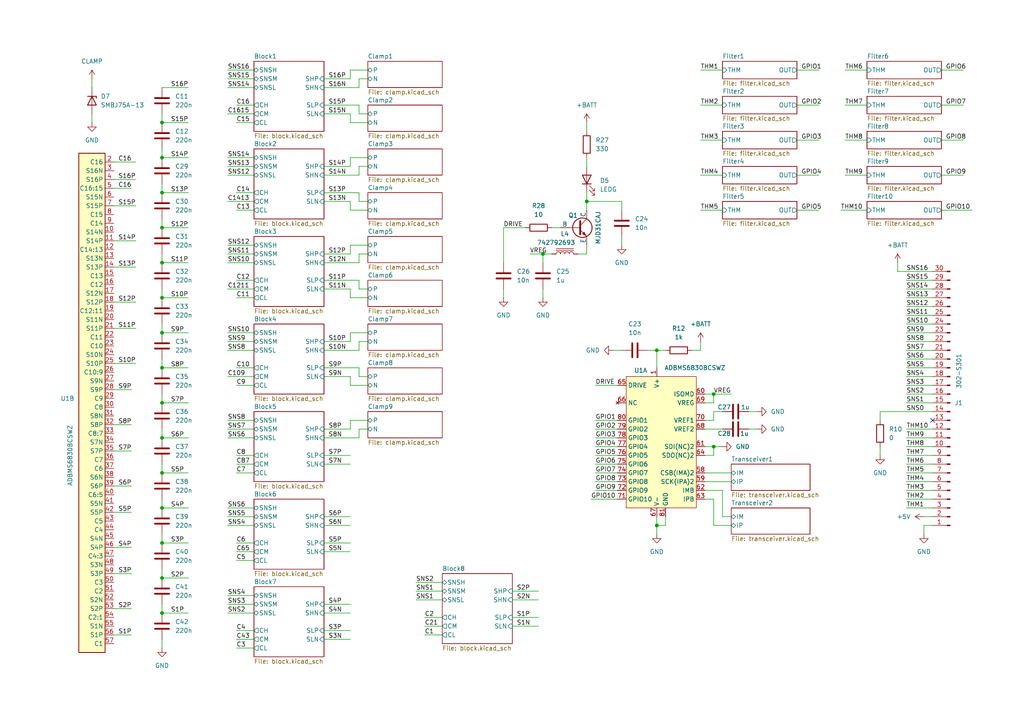
<source format=kicad_sch>
(kicad_sch (version 20231120) (generator "eeschema") (generator_version "8.0")
  (paper "A4")
  (junction (at 46.99 45.72))
  (junction (at 207.01 129.54))
  (junction (at 46.99 55.88))
  (junction (at 46.99 157.48))
  (junction (at 170.18 58.42))
  (junction (at 46.99 86.36))
  (junction (at 46.99 66.04))
  (junction (at 46.99 35.56))
  (junction (at 157.48 73.66))
  (junction (at 46.99 167.64))
  (junction (at 190.5 152.4))
  (junction (at 46.99 147.32))
  (junction (at 46.99 177.8))
  (junction (at 46.99 127))
  (junction (at 207.01 114.3))
  (junction (at 46.99 76.2))
  (junction (at 46.99 96.52))
  (junction (at 46.99 116.84))
  (junction (at 190.5 101.6))
  (junction (at 46.99 106.68))
  (junction (at 46.99 137.16))
  (no_connect (at 270.51 121.92))
  (wire (pts (xy 106.68 86.36) (xy 101.6 86.36)))
  (wire (pts (xy 273.05 50.8) (xy 279.4 50.8)))
  (wire (pts (xy 33.02 123.19) (xy 38.1 123.19)))
  (wire (pts (xy 204.47 124.46) (xy 209.55 124.46)))
  (wire (pts (xy 104.14 124.46) (xy 104.14 127)))
  (wire (pts (xy 260.35 76.2) (xy 260.35 78.74)))
  (wire (pts (xy 101.6 111.76) (xy 101.6 109.22)))
  (wire (pts (xy 207.01 119.38) (xy 207.01 121.92)))
  (wire (pts (xy 101.6 35.56) (xy 101.6 33.02)))
  (wire (pts (xy 170.18 45.72) (xy 170.18 48.26)))
  (wire (pts (xy 93.98 73.66) (xy 101.6 73.66)))
  (wire (pts (xy 93.98 76.2) (xy 104.14 76.2)))
  (wire (pts (xy 46.99 185.42) (xy 46.99 187.96)))
  (wire (pts (xy 262.89 139.7) (xy 270.51 139.7)))
  (wire (pts (xy 101.6 99.06) (xy 101.6 96.52)))
  (wire (pts (xy 93.98 22.86) (xy 101.6 22.86)))
  (wire (pts (xy 66.04 147.32) (xy 73.66 147.32)))
  (wire (pts (xy 93.98 33.02) (xy 101.6 33.02)))
  (wire (pts (xy 46.99 165.1) (xy 46.99 167.64)))
  (wire (pts (xy 33.02 166.37) (xy 38.1 166.37)))
  (wire (pts (xy 66.04 99.06) (xy 73.66 99.06)))
  (wire (pts (xy 33.02 158.75) (xy 38.1 158.75)))
  (wire (pts (xy 160.02 66.04) (xy 162.56 66.04)))
  (wire (pts (xy 101.6 96.52) (xy 106.68 96.52)))
  (wire (pts (xy 180.34 58.42) (xy 180.34 60.96)))
  (wire (pts (xy 146.05 83.82) (xy 146.05 86.36)))
  (wire (pts (xy 231.14 40.64) (xy 237.49 40.64)))
  (wire (pts (xy 262.89 86.36) (xy 270.51 86.36)))
  (wire (pts (xy 93.98 149.86) (xy 101.6 149.86)))
  (wire (pts (xy 93.98 127) (xy 104.14 127)))
  (wire (pts (xy 33.02 113.03) (xy 38.1 113.03)))
  (wire (pts (xy 217.17 124.46) (xy 219.71 124.46)))
  (wire (pts (xy 93.98 175.26) (xy 101.6 175.26)))
  (wire (pts (xy 66.04 101.6) (xy 73.66 101.6)))
  (wire (pts (xy 204.47 139.7) (xy 212.09 139.7)))
  (wire (pts (xy 207.01 116.84) (xy 207.01 114.3)))
  (wire (pts (xy 231.14 60.96) (xy 237.49 60.96)))
  (wire (pts (xy 123.19 184.15) (xy 128.27 184.15)))
  (wire (pts (xy 209.55 142.24) (xy 209.55 149.86)))
  (wire (pts (xy 120.65 171.45) (xy 128.27 171.45)))
  (wire (pts (xy 190.5 149.86) (xy 190.5 152.4)))
  (wire (pts (xy 153.67 73.66) (xy 157.48 73.66)))
  (wire (pts (xy 93.98 182.88) (xy 101.6 182.88)))
  (wire (pts (xy 180.34 68.58) (xy 180.34 71.12)))
  (wire (pts (xy 123.19 179.07) (xy 128.27 179.07)))
  (wire (pts (xy 46.99 134.62) (xy 46.99 137.16)))
  (wire (pts (xy 46.99 96.52) (xy 54.61 96.52)))
  (wire (pts (xy 262.89 142.24) (xy 270.51 142.24)))
  (wire (pts (xy 172.72 142.24) (xy 179.07 142.24)))
  (wire (pts (xy 204.47 132.08) (xy 207.01 132.08)))
  (wire (pts (xy 66.04 175.26) (xy 73.66 175.26)))
  (wire (pts (xy 209.55 119.38) (xy 207.01 119.38)))
  (wire (pts (xy 66.04 22.86) (xy 73.66 22.86)))
  (wire (pts (xy 106.68 35.56) (xy 101.6 35.56)))
  (wire (pts (xy 46.99 147.32) (xy 54.61 147.32)))
  (wire (pts (xy 66.04 20.32) (xy 73.66 20.32)))
  (wire (pts (xy 66.04 149.86) (xy 73.66 149.86)))
  (wire (pts (xy 46.99 93.98) (xy 46.99 96.52)))
  (wire (pts (xy 106.68 124.46) (xy 104.14 124.46)))
  (wire (pts (xy 262.89 124.46) (xy 270.51 124.46)))
  (wire (pts (xy 207.01 152.4) (xy 212.09 152.4)))
  (wire (pts (xy 170.18 55.88) (xy 170.18 58.42)))
  (wire (pts (xy 93.98 55.88) (xy 104.14 55.88)))
  (wire (pts (xy 255.27 119.38) (xy 270.51 119.38)))
  (wire (pts (xy 207.01 121.92) (xy 204.47 121.92)))
  (wire (pts (xy 68.58 60.96) (xy 73.66 60.96)))
  (wire (pts (xy 231.14 20.32) (xy 237.49 20.32)))
  (wire (pts (xy 26.67 22.86) (xy 26.67 25.4)))
  (wire (pts (xy 273.05 40.64) (xy 279.4 40.64)))
  (wire (pts (xy 106.68 22.86) (xy 104.14 22.86)))
  (wire (pts (xy 46.99 104.14) (xy 46.99 106.68)))
  (wire (pts (xy 171.45 144.78) (xy 179.07 144.78)))
  (wire (pts (xy 262.89 81.28) (xy 270.51 81.28)))
  (wire (pts (xy 46.99 154.94) (xy 46.99 157.48)))
  (wire (pts (xy 157.48 76.2) (xy 157.48 73.66)))
  (wire (pts (xy 172.72 111.76) (xy 179.07 111.76)))
  (wire (pts (xy 46.99 76.2) (xy 54.61 76.2)))
  (wire (pts (xy 66.04 124.46) (xy 73.66 124.46)))
  (wire (pts (xy 267.97 154.94) (xy 267.97 152.4)))
  (wire (pts (xy 157.48 83.82) (xy 157.48 86.36)))
  (wire (pts (xy 33.02 59.69) (xy 39.37 59.69)))
  (wire (pts (xy 146.05 76.2) (xy 146.05 66.04)))
  (wire (pts (xy 33.02 69.85) (xy 39.37 69.85)))
  (wire (pts (xy 273.05 30.48) (xy 279.4 30.48)))
  (wire (pts (xy 68.58 157.48) (xy 73.66 157.48)))
  (wire (pts (xy 104.14 73.66) (xy 104.14 76.2)))
  (wire (pts (xy 262.89 99.06) (xy 270.51 99.06)))
  (wire (pts (xy 148.59 179.07) (xy 156.21 179.07)))
  (wire (pts (xy 46.99 86.36) (xy 54.61 86.36)))
  (wire (pts (xy 123.19 181.61) (xy 128.27 181.61)))
  (wire (pts (xy 33.02 77.47) (xy 39.37 77.47)))
  (wire (pts (xy 255.27 121.92) (xy 255.27 119.38)))
  (wire (pts (xy 190.5 152.4) (xy 193.04 152.4)))
  (wire (pts (xy 93.98 132.08) (xy 101.6 132.08)))
  (wire (pts (xy 68.58 86.36) (xy 73.66 86.36)))
  (wire (pts (xy 267.97 149.86) (xy 270.51 149.86)))
  (wire (pts (xy 245.11 20.32) (xy 251.46 20.32)))
  (wire (pts (xy 262.89 88.9) (xy 270.51 88.9)))
  (wire (pts (xy 46.99 177.8) (xy 54.61 177.8)))
  (wire (pts (xy 262.89 111.76) (xy 270.51 111.76)))
  (wire (pts (xy 255.27 132.08) (xy 255.27 129.54)))
  (wire (pts (xy 46.99 25.4) (xy 54.61 25.4)))
  (wire (pts (xy 46.99 63.5) (xy 46.99 66.04)))
  (wire (pts (xy 68.58 137.16) (xy 73.66 137.16)))
  (wire (pts (xy 68.58 132.08) (xy 73.66 132.08)))
  (wire (pts (xy 273.05 20.32) (xy 279.4 20.32)))
  (wire (pts (xy 46.99 114.3) (xy 46.99 116.84)))
  (wire (pts (xy 170.18 58.42) (xy 180.34 58.42)))
  (wire (pts (xy 68.58 81.28) (xy 73.66 81.28)))
  (wire (pts (xy 33.02 176.53) (xy 38.1 176.53)))
  (wire (pts (xy 66.04 48.26) (xy 73.66 48.26)))
  (wire (pts (xy 203.2 50.8) (xy 209.55 50.8)))
  (wire (pts (xy 231.14 50.8) (xy 237.49 50.8)))
  (wire (pts (xy 46.99 43.18) (xy 46.99 45.72)))
  (wire (pts (xy 170.18 58.42) (xy 170.18 60.96)))
  (wire (pts (xy 104.14 55.88) (xy 104.14 58.42)))
  (wire (pts (xy 101.6 73.66) (xy 101.6 71.12)))
  (wire (pts (xy 101.6 60.96) (xy 101.6 58.42)))
  (wire (pts (xy 46.99 124.46) (xy 46.99 127)))
  (wire (pts (xy 170.18 73.66) (xy 170.18 71.12)))
  (wire (pts (xy 26.67 33.02) (xy 26.67 35.56)))
  (wire (pts (xy 104.14 81.28) (xy 104.14 83.82)))
  (wire (pts (xy 180.34 101.6) (xy 177.8 101.6)))
  (wire (pts (xy 46.99 66.04) (xy 54.61 66.04)))
  (wire (pts (xy 106.68 48.26) (xy 104.14 48.26)))
  (wire (pts (xy 203.2 20.32) (xy 209.55 20.32)))
  (wire (pts (xy 46.99 73.66) (xy 46.99 76.2)))
  (wire (pts (xy 262.89 114.3) (xy 270.51 114.3)))
  (wire (pts (xy 33.02 54.61) (xy 38.1 54.61)))
  (wire (pts (xy 104.14 58.42) (xy 106.68 58.42)))
  (wire (pts (xy 46.99 83.82) (xy 46.99 86.36)))
  (wire (pts (xy 262.89 116.84) (xy 270.51 116.84)))
  (wire (pts (xy 33.02 46.99) (xy 39.37 46.99)))
  (wire (pts (xy 101.6 71.12) (xy 106.68 71.12)))
  (wire (pts (xy 66.04 177.8) (xy 73.66 177.8)))
  (wire (pts (xy 172.72 137.16) (xy 179.07 137.16)))
  (wire (pts (xy 260.35 78.74) (xy 270.51 78.74)))
  (wire (pts (xy 262.89 83.82) (xy 270.51 83.82)))
  (wire (pts (xy 172.72 139.7) (xy 179.07 139.7)))
  (wire (pts (xy 66.04 109.22) (xy 73.66 109.22)))
  (wire (pts (xy 157.48 73.66) (xy 160.02 73.66)))
  (wire (pts (xy 262.89 93.98) (xy 270.51 93.98)))
  (wire (pts (xy 106.68 73.66) (xy 104.14 73.66)))
  (wire (pts (xy 203.2 60.96) (xy 209.55 60.96)))
  (wire (pts (xy 46.99 35.56) (xy 54.61 35.56)))
  (wire (pts (xy 101.6 124.46) (xy 101.6 121.92)))
  (wire (pts (xy 204.47 114.3) (xy 207.01 114.3)))
  (wire (pts (xy 104.14 106.68) (xy 104.14 109.22)))
  (wire (pts (xy 46.99 116.84) (xy 54.61 116.84)))
  (wire (pts (xy 66.04 45.72) (xy 73.66 45.72)))
  (wire (pts (xy 231.14 30.48) (xy 237.49 30.48)))
  (wire (pts (xy 245.11 40.64) (xy 251.46 40.64)))
  (wire (pts (xy 262.89 147.32) (xy 270.51 147.32)))
  (wire (pts (xy 93.98 157.48) (xy 101.6 157.48)))
  (wire (pts (xy 172.72 121.92) (xy 179.07 121.92)))
  (wire (pts (xy 33.02 95.25) (xy 39.37 95.25)))
  (wire (pts (xy 33.02 105.41) (xy 39.37 105.41)))
  (wire (pts (xy 203.2 99.06) (xy 203.2 101.6)))
  (wire (pts (xy 33.02 130.81) (xy 38.1 130.81)))
  (wire (pts (xy 204.47 129.54) (xy 207.01 129.54)))
  (wire (pts (xy 204.47 137.16) (xy 212.09 137.16)))
  (wire (pts (xy 33.02 148.59) (xy 38.1 148.59)))
  (wire (pts (xy 93.98 48.26) (xy 101.6 48.26)))
  (wire (pts (xy 66.04 25.4) (xy 73.66 25.4)))
  (wire (pts (xy 190.5 101.6) (xy 193.04 101.6)))
  (wire (pts (xy 204.47 144.78) (xy 207.01 144.78)))
  (wire (pts (xy 101.6 45.72) (xy 106.68 45.72)))
  (wire (pts (xy 148.59 181.61) (xy 156.21 181.61)))
  (wire (pts (xy 33.02 140.97) (xy 38.1 140.97)))
  (wire (pts (xy 93.98 160.02) (xy 101.6 160.02)))
  (wire (pts (xy 262.89 109.22) (xy 270.51 109.22)))
  (wire (pts (xy 68.58 187.96) (xy 73.66 187.96)))
  (wire (pts (xy 46.99 144.78) (xy 46.99 147.32)))
  (wire (pts (xy 66.04 73.66) (xy 73.66 73.66)))
  (wire (pts (xy 46.99 137.16) (xy 54.61 137.16)))
  (wire (pts (xy 267.97 152.4) (xy 270.51 152.4)))
  (wire (pts (xy 207.01 132.08) (xy 207.01 129.54)))
  (wire (pts (xy 104.14 48.26) (xy 104.14 50.8)))
  (wire (pts (xy 204.47 142.24) (xy 209.55 142.24)))
  (wire (pts (xy 193.04 152.4) (xy 193.04 149.86)))
  (wire (pts (xy 187.96 101.6) (xy 190.5 101.6)))
  (wire (pts (xy 104.14 33.02) (xy 106.68 33.02)))
  (wire (pts (xy 68.58 30.48) (xy 73.66 30.48)))
  (wire (pts (xy 46.99 55.88) (xy 54.61 55.88)))
  (wire (pts (xy 101.6 121.92) (xy 106.68 121.92)))
  (wire (pts (xy 106.68 111.76) (xy 101.6 111.76)))
  (wire (pts (xy 68.58 162.56) (xy 73.66 162.56)))
  (wire (pts (xy 33.02 52.07) (xy 39.37 52.07)))
  (wire (pts (xy 207.01 144.78) (xy 207.01 152.4)))
  (wire (pts (xy 46.99 127) (xy 54.61 127)))
  (wire (pts (xy 172.72 129.54) (xy 179.07 129.54)))
  (wire (pts (xy 204.47 116.84) (xy 207.01 116.84)))
  (wire (pts (xy 120.65 173.99) (xy 128.27 173.99)))
  (wire (pts (xy 203.2 30.48) (xy 209.55 30.48)))
  (wire (pts (xy 245.11 50.8) (xy 251.46 50.8)))
  (wire (pts (xy 66.04 121.92) (xy 73.66 121.92)))
  (wire (pts (xy 93.98 50.8) (xy 104.14 50.8)))
  (wire (pts (xy 68.58 106.68) (xy 73.66 106.68)))
  (wire (pts (xy 104.14 22.86) (xy 104.14 25.4)))
  (wire (pts (xy 104.14 109.22) (xy 106.68 109.22)))
  (wire (pts (xy 93.98 124.46) (xy 101.6 124.46)))
  (wire (pts (xy 68.58 55.88) (xy 73.66 55.88)))
  (wire (pts (xy 66.04 71.12) (xy 73.66 71.12)))
  (wire (pts (xy 101.6 86.36) (xy 101.6 83.82)))
  (wire (pts (xy 66.04 152.4) (xy 73.66 152.4)))
  (wire (pts (xy 245.11 30.48) (xy 251.46 30.48)))
  (wire (pts (xy 68.58 134.62) (xy 73.66 134.62)))
  (wire (pts (xy 66.04 96.52) (xy 73.66 96.52)))
  (wire (pts (xy 170.18 35.56) (xy 170.18 38.1)))
  (wire (pts (xy 66.04 50.8) (xy 73.66 50.8)))
  (wire (pts (xy 93.98 83.82) (xy 101.6 83.82)))
  (wire (pts (xy 93.98 109.22) (xy 101.6 109.22)))
  (wire (pts (xy 66.04 33.02) (xy 73.66 33.02)))
  (wire (pts (xy 262.89 132.08) (xy 270.51 132.08)))
  (wire (pts (xy 190.5 101.6) (xy 190.5 106.68)))
  (wire (pts (xy 207.01 114.3) (xy 212.09 114.3)))
  (wire (pts (xy 33.02 87.63) (xy 39.37 87.63)))
  (wire (pts (xy 66.04 76.2) (xy 73.66 76.2)))
  (wire (pts (xy 46.99 167.64) (xy 54.61 167.64)))
  (wire (pts (xy 207.01 129.54) (xy 209.55 129.54)))
  (wire (pts (xy 104.14 30.48) (xy 104.14 33.02)))
  (wire (pts (xy 209.55 149.86) (xy 212.09 149.86)))
  (wire (pts (xy 101.6 20.32) (xy 106.68 20.32)))
  (wire (pts (xy 172.72 134.62) (xy 179.07 134.62)))
  (wire (pts (xy 66.04 127) (xy 73.66 127)))
  (wire (pts (xy 46.99 106.68) (xy 54.61 106.68)))
  (wire (pts (xy 148.59 173.99) (xy 156.21 173.99)))
  (wire (pts (xy 46.99 33.02) (xy 46.99 35.56)))
  (wire (pts (xy 262.89 106.68) (xy 270.51 106.68)))
  (wire (pts (xy 104.14 83.82) (xy 106.68 83.82)))
  (wire (pts (xy 93.98 99.06) (xy 101.6 99.06)))
  (wire (pts (xy 172.72 132.08) (xy 179.07 132.08)))
  (wire (pts (xy 93.98 101.6) (xy 104.14 101.6)))
  (wire (pts (xy 262.89 129.54) (xy 270.51 129.54)))
  (wire (pts (xy 262.89 104.14) (xy 270.51 104.14)))
  (wire (pts (xy 93.98 30.48) (xy 104.14 30.48)))
  (wire (pts (xy 46.99 175.26) (xy 46.99 177.8)))
  (wire (pts (xy 93.98 134.62) (xy 101.6 134.62)))
  (wire (pts (xy 68.58 182.88) (xy 73.66 182.88)))
  (wire (pts (xy 93.98 185.42) (xy 101.6 185.42)))
  (wire (pts (xy 68.58 111.76) (xy 73.66 111.76)))
  (wire (pts (xy 93.98 177.8) (xy 101.6 177.8)))
  (wire (pts (xy 68.58 35.56) (xy 73.66 35.56)))
  (wire (pts (xy 148.59 171.45) (xy 156.21 171.45)))
  (wire (pts (xy 46.99 157.48) (xy 54.61 157.48)))
  (wire (pts (xy 262.89 96.52) (xy 270.51 96.52)))
  (wire (pts (xy 262.89 91.44) (xy 270.51 91.44)))
  (wire (pts (xy 66.04 172.72) (xy 73.66 172.72)))
  (wire (pts (xy 200.66 101.6) (xy 203.2 101.6)))
  (wire (pts (xy 93.98 81.28) (xy 104.14 81.28)))
  (wire (pts (xy 243.84 60.96) (xy 251.46 60.96)))
  (wire (pts (xy 46.99 53.34) (xy 46.99 55.88)))
  (wire (pts (xy 33.02 184.15) (xy 38.1 184.15)))
  (wire (pts (xy 217.17 119.38) (xy 219.71 119.38)))
  (wire (pts (xy 203.2 40.64) (xy 209.55 40.64)))
  (wire (pts (xy 68.58 185.42) (xy 73.66 185.42)))
  (wire (pts (xy 93.98 25.4) (xy 104.14 25.4)))
  (wire (pts (xy 101.6 22.86) (xy 101.6 20.32)))
  (wire (pts (xy 262.89 137.16) (xy 270.51 137.16)))
  (wire (pts (xy 262.89 134.62) (xy 270.51 134.62)))
  (wire (pts (xy 46.99 45.72) (xy 54.61 45.72)))
  (wire (pts (xy 66.04 83.82) (xy 73.66 83.82)))
  (wire (pts (xy 146.05 66.04) (xy 152.4 66.04)))
  (wire (pts (xy 106.68 60.96) (xy 101.6 60.96)))
  (wire (pts (xy 68.58 160.02) (xy 73.66 160.02)))
  (wire (pts (xy 120.65 168.91) (xy 128.27 168.91)))
  (wire (pts (xy 172.72 124.46) (xy 179.07 124.46)))
  (wire (pts (xy 262.89 127) (xy 270.51 127)))
  (wire (pts (xy 262.89 144.78) (xy 270.51 144.78)))
  (wire (pts (xy 93.98 58.42) (xy 101.6 58.42)))
  (wire (pts (xy 190.5 152.4) (xy 190.5 154.94)))
  (wire (pts (xy 93.98 152.4) (xy 101.6 152.4)))
  (wire (pts (xy 101.6 48.26) (xy 101.6 45.72)))
  (wire (pts (xy 93.98 106.68) (xy 104.14 106.68)))
  (wire (pts (xy 172.72 127) (xy 179.07 127)))
  (wire (pts (xy 167.64 73.66) (xy 170.18 73.66)))
  (wire (pts (xy 106.68 99.06) (xy 104.14 99.06)))
  (wire (pts (xy 104.14 99.06) (xy 104.14 101.6)))
  (wire (pts (xy 66.04 58.42) (xy 73.66 58.42)))
  (wire (pts (xy 273.05 60.96) (xy 281.94 60.96)))
  (wire (pts (xy 262.89 101.6) (xy 270.51 101.6)))
  (label "SNS14" (at 262.89 83.82 0))
  (label "SNS7" (at 66.04 124.46 0))
  (label "S13P" (at 34.29 77.47 0))
  (label "THM8" (at 245.11 40.64 0))
  (label "C2" (at 123.19 179.07 0))
  (label "S9P" (at 95.25 106.68 0))
  (label "C87" (at 68.58 134.62 0))
  (label "GPIO4" (at 232.41 50.8 0))
  (label "S8P" (at 49.53 106.68 0))
  (label "GPIO6" (at 274.32 20.32 0))
  (label "S15P" (at 49.53 35.56 0))
  (label "S12P" (at 34.29 87.63 0))
  (label "S10P" (at 95.25 99.06 0))
  (label "C16" (at 34.29 46.99 0))
  (label "S5P" (at 95.25 157.48 0))
  (label "GPIO2" (at 232.41 30.48 0))
  (label "SNS13" (at 66.04 48.26 0))
  (label "S4N" (at 95.25 177.8 0))
  (label "SNS9" (at 66.04 99.06 0))
  (label "C1615" (at 66.04 33.02 0))
  (label "S6P" (at 95.25 149.86 0))
  (label "S8P" (at 95.25 124.46 0))
  (label "S5N" (at 95.25 160.02 0))
  (label "THM9" (at 245.11 50.8 0))
  (label "SNS11" (at 262.89 91.44 0))
  (label "SNS6" (at 262.89 104.14 0))
  (label "C9" (at 68.58 111.76 0))
  (label "S9N" (at 95.25 109.22 0))
  (label "GPIO5" (at 232.41 60.96 0))
  (label "S14P" (at 34.29 69.85 0))
  (label "S3P" (at 34.29 166.37 0))
  (label "S1P" (at 149.86 179.07 0))
  (label "SNS2" (at 120.65 168.91 0))
  (label "S7P" (at 95.25 132.08 0))
  (label "S11P" (at 49.53 76.2 0))
  (label "THM7" (at 262.89 132.08 0))
  (label "THM1" (at 203.2 20.32 0))
  (label "GPIO9" (at 172.72 142.24 0))
  (label "S1P" (at 34.29 184.15 0))
  (label "S5P" (at 34.29 148.59 0))
  (label "S12P" (at 49.53 66.04 0))
  (label "S12N" (at 95.25 76.2 0))
  (label "GPIO5" (at 172.72 132.08 0))
  (label "SNS0" (at 262.89 119.38 0))
  (label "GPIO10" (at 171.45 144.78 0))
  (label "S8P" (at 34.29 123.19 0))
  (label "S13P" (at 95.25 55.88 0))
  (label "SNS5" (at 66.04 149.86 0))
  (label "DRIVE" (at 172.72 111.76 0))
  (label "SNS10" (at 262.89 93.98 0))
  (label "C3" (at 68.58 187.96 0))
  (label "S14P" (at 95.25 48.26 0))
  (label "THM4" (at 262.89 139.7 0))
  (label "S10P" (at 34.29 105.41 0))
  (label "SNS6" (at 66.04 147.32 0))
  (label "C65" (at 68.58 160.02 0))
  (label "S2P" (at 49.53 167.64 0))
  (label "S9P" (at 34.29 113.03 0))
  (label "SNS9" (at 262.89 96.52 0))
  (label "SNS2" (at 262.89 114.3 0))
  (label "THM3" (at 262.89 142.24 0))
  (label "S13N" (at 95.25 58.42 0))
  (label "SNS5" (at 262.89 106.68 0))
  (label "S2N" (at 149.86 173.99 0))
  (label "SNS6" (at 66.04 127 0))
  (label "S11N" (at 95.25 83.82 0))
  (label "S5P" (at 49.53 137.16 0))
  (label "SNS12" (at 262.89 88.9 0))
  (label "SNS15" (at 66.04 22.86 0))
  (label "S7N" (at 95.25 134.62 0))
  (label "C21" (at 123.19 181.61 0))
  (label "VREG" (at 153.67 73.66 0))
  (label "SNS4" (at 66.04 152.4 0))
  (label "S14P" (at 49.53 45.72 0))
  (label "THM9" (at 262.89 127 0))
  (label "SNS1" (at 120.65 171.45 0))
  (label "C12" (at 68.58 81.28 0))
  (label "S13P" (at 49.53 55.88 0))
  (label "S16P" (at 95.25 22.86 0))
  (label "C5" (at 68.58 162.56 0))
  (label "S7P" (at 49.53 116.84 0))
  (label "THM7" (at 245.11 30.48 0))
  (label "C8" (at 68.58 132.08 0))
  (label "S10N" (at 95.25 101.6 0))
  (label "C11" (at 68.58 86.36 0))
  (label "S4P" (at 49.53 147.32 0))
  (label "GPIO6" (at 172.72 134.62 0))
  (label "C43" (at 68.58 185.42 0))
  (label "SNS3" (at 262.89 111.76 0))
  (label "THM10" (at 243.84 60.96 0))
  (label "SNS3" (at 66.04 175.26 0))
  (label "S7P" (at 34.29 130.81 0))
  (label "THM4" (at 203.2 50.8 0))
  (label "THM3" (at 203.2 40.64 0))
  (label "GPIO9" (at 274.32 50.8 0))
  (label "S8N" (at 95.25 127 0))
  (label "SNS2" (at 66.04 177.8 0))
  (label "GPIO1" (at 232.41 20.32 0))
  (label "C1413" (at 66.04 58.42 0))
  (label "SNS16" (at 66.04 20.32 0))
  (label "S11P" (at 34.29 95.25 0))
  (label "S1N" (at 149.86 181.61 0))
  (label "GPIO3" (at 232.41 40.64 0))
  (label "SNS12" (at 66.04 71.12 0))
  (label "S6P" (at 49.53 127 0))
  (label "S15P" (at 95.25 30.48 0))
  (label "SNS1" (at 262.89 116.84 0))
  (label "DRIVE" (at 146.05 66.04 0))
  (label "S14N" (at 95.25 50.8 0))
  (label "SNS8" (at 66.04 101.6 0))
  (label "THM1" (at 262.89 147.32 0))
  (label "SNS14" (at 66.04 45.72 0))
  (label "C1" (at 123.19 184.15 0))
  (label "THM6" (at 262.89 134.62 0))
  (label "S15P" (at 34.29 59.69 0))
  (label "C109" (at 66.04 109.22 0))
  (label "THM2" (at 262.89 144.78 0))
  (label "THM10" (at 262.89 124.46 0))
  (label "GPIO8" (at 274.32 40.64 0))
  (label "C10" (at 68.58 106.68 0))
  (label "GPIO7" (at 172.72 137.16 0))
  (label "S15N" (at 95.25 33.02 0))
  (label "SNS13" (at 262.89 86.36 0))
  (label "S6P" (at 34.29 140.97 0))
  (label "SNS7" (at 262.89 101.6 0))
  (label "S4P" (at 95.25 175.26 0))
  (label "S1P" (at 49.53 177.8 0))
  (label "SNS12" (at 66.04 50.8 0))
  (label "THM5" (at 203.2 60.96 0))
  (label "S10P" (at 49.53 86.36 0))
  (label "SNS16" (at 262.89 78.74 0))
  (label "SNS8" (at 66.04 121.92 0))
  (label "SNS14" (at 66.04 25.4 0))
  (label "S3N" (at 95.25 185.42 0))
  (label "THM5" (at 262.89 137.16 0))
  (label "S3P" (at 95.25 182.88 0))
  (label "C16" (at 68.58 30.48 0))
  (label "S16N" (at 95.25 25.4 0))
  (label "GPIO7" (at 274.32 30.48 0))
  (label "SNS11" (at 66.04 73.66 0))
  (label "GPIO3" (at 172.72 127 0))
  (label "THM2" (at 203.2 30.48 0))
  (label "S16P" (at 49.53 25.4 0))
  (label "GPIO2" (at 172.72 124.46 0))
  (label "SNS8" (at 262.89 99.06 0))
  (label "S16P" (at 34.29 52.07 0))
  (label "C1211" (at 66.04 83.82 0))
  (label "C6" (at 68.58 157.48 0))
  (label "SNS4" (at 262.89 109.22 0))
  (label "SNS1" (at 120.65 173.99 0))
  (label "S4P" (at 34.29 158.75 0))
  (label "C15" (at 68.58 35.56 0))
  (label "SNS15" (at 262.89 81.28 0))
  (label "S3P" (at 49.53 157.48 0))
  (label "S2P" (at 149.86 171.45 0))
  (label "C4" (at 68.58 182.88 0))
  (label "C14" (at 68.58 55.88 0))
  (label "C16" (at 34.29 54.61 0))
  (label "S9P" (at 49.53 96.52 0))
  (label "C7" (at 68.58 137.16 0))
  (label "GPIO4" (at 172.72 129.54 0))
  (label "GPIO8" (at 172.72 139.7 0))
  (label "C13" (at 68.58 60.96 0))
  (label "GPIO1" (at 172.72 121.92 0))
  (label "SNS10" (at 66.04 76.2 0))
  (label "S12P" (at 95.25 73.66 0))
  (label "SNS4" (at 66.04 172.72 0))
  (label "VREG" (at 207.01 114.3 0))
  (label "GPIO10" (at 274.32 60.96 0))
  (label "THM6" (at 245.11 20.32 0))
  (label "SNS10" (at 66.04 96.52 0))
  (label "S2P" (at 34.29 176.53 0))
  (label "S11P" (at 95.25 81.28 0))
  (label "S6N" (at 95.25 152.4 0))
  (label "THM8" (at 262.89 129.54 0))
  (symbol (lib_id "Device:C") (at 46.99 39.37 0) (unit 1)
    (property "Reference" "C12" (at 50.8 38.0999 0) (effects (justify left)))
    (property "Value" "220n" (at 50.8 40.6399 0) (effects (justify left)))
    (property "Description" "Unpolarized capacitor" (effects (hide yes)))
  )
  (symbol (lib_id "Device:D_Zener") (at 26.67 29.21 270) (unit 1)
    (property "Reference" "D7" (at 29.21 27.9399 90) (effects (justify left)))
    (property "Value" "SMBJ75A-13" (at 29.21 30.4799 90) (effects (justify left)))
    (property "Description" "Zener diode" (effects (hide yes)))
  )
  (symbol (lib_id "Device:C") (at 46.99 151.13 0) (unit 1)
    (property "Reference" "C39" (at 50.8 149.8599 0) (effects (justify left)))
    (property "Value" "220n" (at 50.8 152.3999 0) (effects (justify left)))
    (property "Description" "Unpolarized capacitor" (effects (hide yes)))
  )
  (symbol (lib_id "power:GND") (at 219.71 124.46 90) (unit 1)
    (property "Reference" "#PWR028" (effects (hide yes)))
    (property "Value" "GND" (at 223.52 124.4599 90) (effects (justify right)))
    (property "Description" "Power symbol creates a global label with name \"GND\" , ground" (effects (hide yes)))
  )
  (symbol (lib_id "power:GND") (at 177.8 101.6 270) (unit 1)
    (property "Reference" "#PWR021" (effects (hide yes)))
    (property "Value" "GND" (at 173.99 101.5999 90) (effects (justify right)))
    (property "Description" "Power symbol creates a global label with name \"GND\" , ground" (effects (hide yes)))
  )
  (symbol (lib_id "Device:C") (at 180.34 64.77 0) (unit 1)
    (property "Reference" "C24" (at 184.15 63.4999 0) (effects (justify left)))
    (property "Value" "10n" (at 184.15 66.0399 0) (effects (justify left)))
    (property "Description" "Unpolarized capacitor" (effects (hide yes)))
  )
  (symbol (lib_id "power:GND") (at 190.5 154.94 0) (unit 1)
    (property "Reference" "#PWR05" (effects (hide yes)))
    (property "Value" "GND" (at 190.5 160.02 0))
    (property "Description" "Power symbol creates a global label with name \"GND\" , ground" (effects (hide yes)))
  )
  (symbol (lib_id "Device:L_Iron") (at 163.83 73.66 90) (unit 1)
    (property "Reference" "L4" (at 163.83 67.818 90))
    (property "Value" "742792693" (at 161.29 70.358 90))
    (property "Description" "Inductor with iron core" (effects (hide yes)))
  )
  (symbol (lib_id "Device:R") (at 255.27 125.73 180) (unit 1)
    (property "Reference" "R10" (at 257.81 124.4599 0) (effects (justify right)))
    (property "Value" "0" (at 257.81 126.9999 0) (effects (justify right)))
    (property "Description" "Resistor" (effects (hide yes)))
  )
  (symbol (lib_id "Device:C") (at 46.99 29.21 0) (unit 1)
    (property "Reference" "C11" (at 50.8 27.9399 0) (effects (justify left)))
    (property "Value" "220n" (at 50.8 30.4799 0) (effects (justify left)))
    (property "Description" "Unpolarized capacitor" (effects (hide yes)))
  )
  (symbol (lib_id "Connector:Conn_01x30_Pin") (at 275.59 116.84 180) (unit 1)
    (property "Reference" "J1" (at 276.86 116.8401 0) (effects (justify right)))
    (property "Value" "302-S301" (at 278.13 112.776 90) (effects (justify right)))
    (property "Description" "Generic connector, single row, 01x30, script generated" (effects (hide yes)))
  )
  (symbol (lib_id "Device:R") (at 156.21 66.04 90) (unit 1)
    (property "Reference" "R28" (at 156.21 59.69 90))
    (property "Value" "10" (at 156.21 62.23 90))
    (property "Description" "Resistor" (effects (hide yes)))
  )
  (symbol (lib_id "Device:C") (at 213.36 124.46 90) (unit 1)
    (property "Reference" "C28" (at 210.058 125.73 90))
    (property "Value" "1u" (at 215.9 125.73 90))
    (property "Description" "Unpolarized capacitor" (effects (hide yes)))
  )
  (symbol (lib_id "Device:C") (at 46.99 130.81 0) (unit 1)
    (property "Reference" "C37" (at 50.8 129.5399 0) (effects (justify left)))
    (property "Value" "220n" (at 50.8 132.0799 0) (effects (justify left)))
    (property "Description" "Unpolarized capacitor" (effects (hide yes)))
  )
  (symbol (lib_id "power:GND") (at 146.05 86.36 0) (unit 1)
    (property "Reference" "#PWR026" (effects (hide yes)))
    (property "Value" "GND" (at 146.05 91.44 0))
    (property "Description" "Power symbol creates a global label with name \"GND\" , ground" (effects (hide yes)))
  )
  (symbol (lib_id "Device:C") (at 46.99 90.17 0) (unit 1)
    (property "Reference" "C33" (at 50.8 88.8999 0) (effects (justify left)))
    (property "Value" "220n" (at 50.8 91.4399 0) (effects (justify left)))
    (property "Description" "Unpolarized capacitor" (effects (hide yes)))
  )
  (symbol (lib_id "power:GND") (at 255.27 132.08 0) (unit 1)
    (property "Reference" "#PWR06" (effects (hide yes)))
    (property "Value" "GND" (at 255.27 137.16 0))
    (property "Description" "Power symbol creates a global label with name \"GND\" , ground" (effects (hide yes)))
  )
  (symbol (lib_id "power:GND") (at 209.55 129.54 90) (unit 1)
    (property "Reference" "#PWR020" (effects (hide yes)))
    (property "Value" "GND" (at 213.36 129.5399 90) (effects (justify right)))
    (property "Description" "Power symbol creates a global label with name \"GND\" , ground" (effects (hide yes)))
  )
  (symbol (lib_id "Device:C") (at 146.05 80.01 0) (unit 1)
    (property "Reference" "C26" (at 149.86 78.7399 0) (effects (justify left)))
    (property "Value" "10n" (at 149.86 81.2799 0) (effects (justify left)))
    (property "Description" "Unpolarized capacitor" (effects (hide yes)))
  )
  (symbol (lib_id "power:+1V0") (at 26.67 22.86 0) (unit 1)
    (property "Reference" "#PWR029" (effects (hide yes)))
    (property "Value" "CLAMP" (at 26.67 17.78 0))
    (property "Description" "Power symbol creates a global label with name \"+1V0\"" (effects (hide yes)))
  )
  (symbol (lib_id "power:GND") (at 180.34 71.12 0) (unit 1)
    (property "Reference" "#PWR024" (effects (hide yes)))
    (property "Value" "GND" (at 180.34 76.2 0))
    (property "Description" "Power symbol creates a global label with name \"GND\" , ground" (effects (hide yes)))
  )
  (symbol (lib_id "Device:C") (at 46.99 161.29 0) (unit 1)
    (property "Reference" "C40" (at 50.8 160.0199 0) (effects (justify left)))
    (property "Value" "220n" (at 50.8 162.5599 0) (effects (justify left)))
    (property "Description" "Unpolarized capacitor" (effects (hide yes)))
  )
  (symbol (lib_id "Device:LED") (at 170.18 52.07 90) (unit 1)
    (property "Reference" "D5" (at 173.99 52.3874 90) (effects (justify right)))
    (property "Value" "LEDG" (at 173.99 54.9274 90) (effects (justify right)))
    (property "Description" "Light emitting diode" (effects (hide yes)))
  )
  (symbol (lib_id "Device:C") (at 46.99 59.69 0) (unit 1)
    (property "Reference" "C30" (at 50.8 58.4199 0) (effects (justify left)))
    (property "Value" "220n" (at 50.8 60.9599 0) (effects (justify left)))
    (property "Description" "Unpolarized capacitor" (effects (hide yes)))
  )
  (symbol (lib_id "power:GND") (at 46.99 187.96 0) (unit 1)
    (property "Reference" "#PWR08" (effects (hide yes)))
    (property "Value" "GND" (at 46.99 193.04 0))
    (property "Description" "Power symbol creates a global label with name \"GND\" , ground" (effects (hide yes)))
  )
  (symbol (lib_id "power:GND") (at 26.67 35.56 0) (unit 1)
    (property "Reference" "#PWR09" (effects (hide yes)))
    (property "Value" "GND" (at 26.67 40.64 0))
    (property "Description" "Power symbol creates a global label with name \"GND\" , ground" (effects (hide yes)))
  )
  (symbol (lib_id "Device:C") (at 46.99 110.49 0) (unit 1)
    (property "Reference" "C35" (at 50.8 109.2199 0) (effects (justify left)))
    (property "Value" "220n" (at 50.8 111.7599 0) (effects (justify left)))
    (property "Description" "Unpolarized capacitor" (effects (hide yes)))
  )
  (symbol (lib_id "Device:C") (at 46.99 100.33 0) (unit 1)
    (property "Reference" "C34" (at 50.8 99.0599 0) (effects (justify left)))
    (property "Value" "220n" (at 50.8 101.5999 0) (effects (justify left)))
    (property "Description" "Unpolarized capacitor" (effects (hide yes)))
  )
  (symbol (lib_id "User_Symbols:ADBMS6830BCSWZ") (at 30.48 44.45 0) (mirror y) (unit 2)
    (property "Reference" "U1" (at 21.59 115.5699 0) (effects (justify left)))
    (property "Value" "ADBMS6830BCSWZ" (at 20.32 140.97 90) (effects (justify left)))
    (property "Footprint" "User_Footprints:LQFP-80-1EP_12x12mm_P0.5mm" (effects (hide yes)))
    (property "Datasheet" "https://www.analog.com/media/en/technical-documentation/data-sheets/adbms6830b.pdf" (effects (hide yes)))
    (property "Description" " Battery Management 16 Channel Multicell Battery" (effects (hide yes)))
  )
  (symbol (lib_id "Device:C") (at 46.99 69.85 0) (unit 1)
    (property "Reference" "C31" (at 50.8 68.5799 0) (effects (justify left)))
    (property "Value" "220n" (at 50.8 71.1199 0) (effects (justify left)))
    (property "Description" "Unpolarized capacitor" (effects (hide yes)))
  )
  (symbol (lib_id "Device:C") (at 46.99 49.53 0) (unit 1)
    (property "Reference" "C29" (at 50.8 48.2599 0) (effects (justify left)))
    (property "Value" "220n" (at 50.8 50.7999 0) (effects (justify left)))
    (property "Description" "Unpolarized capacitor" (effects (hide yes)))
  )
  (symbol (lib_id "Device:C") (at 46.99 171.45 0) (unit 1)
    (property "Reference" "C41" (at 50.8 170.1799 0) (effects (justify left)))
    (property "Value" "220n" (at 50.8 172.7199 0) (effects (justify left)))
    (property "Description" "Unpolarized capacitor" (effects (hide yes)))
  )
  (symbol (lib_id "Device:C") (at 157.48 80.01 0) (unit 1)
    (property "Reference" "C25" (at 161.29 78.7399 0) (effects (justify left)))
    (property "Value" "1u" (at 161.29 81.2799 0) (effects (justify left)))
    (property "Description" "Unpolarized capacitor" (effects (hide yes)))
  )
  (symbol (lib_id "Device:R") (at 170.18 41.91 0) (unit 1)
    (property "Reference" "R27" (at 172.72 40.6399 0) (effects (justify left)))
    (property "Value" "330" (at 172.72 43.1799 0) (effects (justify left)))
    (property "Description" "Resistor" (effects (hide yes)))
  )
  (symbol (lib_id "Device:R") (at 196.85 101.6 270) (unit 1)
    (property "Reference" "R12" (at 196.85 95.25 90))
    (property "Value" "1k" (at 196.85 97.79 90))
    (property "Description" "Resistor" (effects (hide yes)))
  )
  (symbol (lib_id "power:GND") (at 219.71 119.38 90) (unit 1)
    (property "Reference" "#PWR027" (effects (hide yes)))
    (property "Value" "GND" (at 223.52 119.3799 90) (effects (justify right)))
    (property "Description" "Power symbol creates a global label with name \"GND\" , ground" (effects (hide yes)))
  )
  (symbol (lib_id "User_Symbols:ADBMS6830BCSWZ") (at 181.61 109.22 0) (unit 1)
    (property "Reference" "U1" (at 183.896 107.442 0) (effects (justify left)))
    (property "Value" "ADBMS6830BCSWZ" (at 192.6941 106.68 0) (effects (justify left)))
    (property "Footprint" "User_Footprints:LQFP-80-1EP_12x12mm_P0.5mm" (effects (hide yes)))
    (property "Datasheet" "https://www.analog.com/media/en/technical-documentation/data-sheets/adbms6830b.pdf" (effects (hide yes)))
    (property "Description" " Battery Management 16 Channel Multicell Battery" (effects (hide yes)))
  )
  (symbol (lib_id "Simulation_SPICE:NPN") (at 167.64 66.04 0) (unit 1)
    (property "Reference" "Q1" (at 164.846 62.484 0) (effects (justify left)))
    (property "Value" "MJD31CAJ" (at 173.482 70.866 90) (effects (justify left)))
    (property "Datasheet" "https://ngspice.sourceforge.io/docs/ngspice-html-manual/manual.xhtml#cha_BJTs" (effects (hide yes)))
    (property "Description" "Bipolar transistor symbol for simulation only, substrate tied to the emitter" (effects (hide yes)))
    (property "Sim.Device" "NPN" (effects (hide yes)))
    (property "Sim.Type" "GUMMELPOON" (effects (hide yes)))
    (property "Sim.Pins" "1=C 2=B 3=E" (effects (hide yes)))
  )
  (symbol (lib_id "power:GND") (at 157.48 86.36 0) (unit 1)
    (property "Reference" "#PWR025" (effects (hide yes)))
    (property "Value" "GND" (at 157.48 91.44 0))
    (property "Description" "Power symbol creates a global label with name \"GND\" , ground" (effects (hide yes)))
  )
  (symbol (lib_id "power:+BATT") (at 260.35 76.2 0) (unit 1)
    (property "Reference" "#PWR07" (effects (hide yes)))
    (property "Value" "+BATT" (at 260.35 71.12 0))
    (property "Description" "Power symbol creates a global label with name \"+BATT\"" (effects (hide yes)))
  )
  (symbol (lib_id "Device:C") (at 46.99 120.65 0) (unit 1)
    (property "Reference" "C36" (at 50.8 119.3799 0) (effects (justify left)))
    (property "Value" "220n" (at 50.8 121.9199 0) (effects (justify left)))
    (property "Description" "Unpolarized capacitor" (effects (hide yes)))
  )
  (symbol (lib_id "power:+BATT") (at 203.2 99.06 0) (unit 1)
    (property "Reference" "#PWR022" (effects (hide yes)))
    (property "Value" "+BATT" (at 203.2 93.98 0))
    (property "Description" "Power symbol creates a global label with name \"+BATT\"" (effects (hide yes)))
  )
  (symbol (lib_id "Device:C") (at 184.15 101.6 90) (unit 1)
    (property "Reference" "C23" (at 184.15 93.98 90))
    (property "Value" "10n" (at 184.15 96.52 90))
    (property "Description" "Unpolarized capacitor" (effects (hide yes)))
  )
  (symbol (lib_id "power:GND") (at 267.97 154.94 0) (unit 1)
    (property "Reference" "#PWR02" (effects (hide yes)))
    (property "Value" "GND" (at 267.97 160.02 0))
    (property "Description" "Power symbol creates a global label with name \"GND\" , ground" (effects (hide yes)))
  )
  (symbol (lib_id "power:+5V") (at 267.97 149.86 90) (unit 1)
    (property "Reference" "#PWR01" (effects (hide yes)))
    (property "Value" "+5V" (at 264.16 149.8599 90) (effects (justify left)))
    (property "Description" "Power symbol creates a global label with name \"+5V\"" (effects (hide yes)))
  )
  (symbol (lib_id "Device:C") (at 46.99 80.01 0) (unit 1)
    (property "Reference" "C32" (at 50.8 78.7399 0) (effects (justify left)))
    (property "Value" "220n" (at 50.8 81.2799 0) (effects (justify left)))
    (property "Description" "Unpolarized capacitor" (effects (hide yes)))
  )
  (symbol (lib_id "Device:C") (at 46.99 140.97 0) (unit 1)
    (property "Reference" "C38" (at 50.8 139.6999 0) (effects (justify left)))
    (property "Value" "220n" (at 50.8 142.2399 0) (effects (justify left)))
    (property "Description" "Unpolarized capacitor" (effects (hide yes)))
  )
  (symbol (lib_id "power:+BATT") (at 170.18 35.56 0) (unit 1)
    (property "Reference" "#PWR023" (effects (hide yes)))
    (property "Value" "+BATT" (at 170.18 30.48 0))
    (property "Description" "Power symbol creates a global label with name \"+BATT\"" (effects (hide yes)))
  )
  (symbol (lib_id "Device:C") (at 46.99 181.61 0) (unit 1)
    (property "Reference" "C42" (at 50.8 180.3399 0) (effects (justify left)))
    (property "Value" "220n" (at 50.8 182.8799 0) (effects (justify left)))
    (property "Description" "Unpolarized capacitor" (effects (hide yes)))
  )
  (symbol (lib_id "Device:C") (at 213.36 119.38 90) (unit 1)
    (property "Reference" "C27" (at 210.058 118.11 90))
    (property "Value" "1u" (at 216.154 118.11 90))
    (property "Description" "Unpolarized capacitor" (effects (hide yes)))
  )
  (sheet (at 106.68 17.78) (size 21.59 7.62) (stroke (width 0.1524))
    (property "Sheetname" "Clamp1" (at 106.68 17.0684 0) (effects (justify left bottom)))
    (property "Sheetfile" "clamp.kicad_sch" (at 106.68 25.9846 0) (effects (justify left top)))
    (pin "P" bidirectional (at 106.68 20.32 180))
    (pin "N" bidirectional (at 106.68 22.86 180))
  )
  (sheet (at 251.46 48.26) (size 21.59 5.08) (stroke (width 0.1524))
    (property "Sheetname" "Filter9" (at 251.46 47.5484 0) (effects (justify left bottom)))
    (property "Sheetfile" "filter.kicad_sch" (at 251.46 53.9246 0) (effects (justify left top)))
    (pin "OUT" output (at 273.05 50.8 0))
    (pin "THM" input (at 251.46 50.8 180))
  )
  (sheet (at 106.68 93.98) (size 21.59 7.62) (stroke (width 0.1524))
    (property "Sheetname" "Clamp7" (at 106.68 93.2684 0) (effects (justify left bottom)))
    (property "Sheetfile" "clamp.kicad_sch" (at 106.68 102.1846 0) (effects (justify left top)))
    (pin "P" bidirectional (at 106.68 96.52 180))
    (pin "N" bidirectional (at 106.68 99.06 180))
  )
  (sheet (at 212.09 147.32) (size 22.86 7.62) (stroke (width 0.1524))
    (property "Sheetname" "Transceiver2" (at 212.09 146.6084 0) (effects (justify left bottom)))
    (property "Sheetfile" "transceiver.kicad_sch" (at 212.09 155.5246 0) (effects (justify left top)))
    (pin "IP" bidirectional (at 212.09 152.4 180))
    (pin "IM" bidirectional (at 212.09 149.86 180))
  )
  (sheet (at 251.46 58.42) (size 21.59 5.08) (stroke (width 0.1524))
    (property "Sheetname" "Filter10" (at 251.46 57.7084 0) (effects (justify left bottom)))
    (property "Sheetfile" "filter.kicad_sch" (at 251.46 64.0846 0) (effects (justify left top)))
    (pin "OUT" output (at 273.05 60.96 0))
    (pin "THM" input (at 251.46 60.96 180))
  )
  (sheet (at 106.68 106.68) (size 21.59 7.62) (stroke (width 0.1524))
    (property "Sheetname" "Clamp8" (at 106.68 105.9684 0) (effects (justify left bottom)))
    (property "Sheetfile" "clamp.kicad_sch" (at 106.68 114.8846 0) (effects (justify left top)))
    (pin "P" bidirectional (at 106.68 109.22 180))
    (pin "N" bidirectional (at 106.68 111.76 180))
  )
  (sheet (at 209.55 58.42) (size 21.59 5.08) (stroke (width 0.1524))
    (property "Sheetname" "Filter5" (at 209.55 57.7084 0) (effects (justify left bottom)))
    (property "Sheetfile" "filter.kicad_sch" (at 209.55 64.0846 0) (effects (justify left top)))
    (pin "OUT" output (at 231.14 60.96 0))
    (pin "THM" input (at 209.55 60.96 180))
  )
  (sheet (at 73.66 170.18) (size 20.32 20.32) (stroke (width 0.1524))
    (property "Sheetname" "Block7" (at 73.66 169.4684 0) (effects (justify left bottom)))
    (property "Sheetfile" "block.kicad_sch" (at 73.66 191.0846 0) (effects (justify left top)))
    (pin "SNSL" bidirectional (at 73.66 177.8 180))
    (pin "CL" output (at 73.66 187.96 180))
    (pin "CM" output (at 73.66 185.42 180))
    (pin "SLP" input (at 93.98 182.88 0))
    (pin "SLN" input (at 93.98 185.42 0))
    (pin "SHP" input (at 93.98 175.26 0))
    (pin "CH" output (at 73.66 182.88 180))
    (pin "SNSH" bidirectional (at 73.66 172.72 180))
    (pin "SHN" input (at 93.98 177.8 0))
    (pin "SNSM" bidirectional (at 73.66 175.26 180))
  )
  (sheet (at 251.46 17.78) (size 21.59 5.08) (stroke (width 0.1524))
    (property "Sheetname" "Filter6" (at 251.46 17.0684 0) (effects (justify left bottom)))
    (property "Sheetfile" "filter.kicad_sch" (at 251.46 23.4446 0) (effects (justify left top)))
    (pin "OUT" output (at 273.05 20.32 0))
    (pin "THM" input (at 251.46 20.32 180))
  )
  (sheet (at 106.68 43.18) (size 21.59 7.62) (stroke (width 0.1524))
    (property "Sheetname" "Clamp3" (at 106.68 42.4684 0) (effects (justify left bottom)))
    (property "Sheetfile" "clamp.kicad_sch" (at 106.68 51.3846 0) (effects (justify left top)))
    (pin "P" bidirectional (at 106.68 45.72 180))
    (pin "N" bidirectional (at 106.68 48.26 180))
  )
  (sheet (at 251.46 27.94) (size 21.59 5.08) (stroke (width 0.1524))
    (property "Sheetname" "Filter7" (at 251.46 27.2284 0) (effects (justify left bottom)))
    (property "Sheetfile" "filter.kicad_sch" (at 251.46 33.6046 0) (effects (justify left top)))
    (pin "OUT" output (at 273.05 30.48 0))
    (pin "THM" input (at 251.46 30.48 180))
  )
  (sheet (at 128.27 166.37) (size 20.32 20.32) (stroke (width 0.1524))
    (property "Sheetname" "Block8" (at 128.27 165.6584 0) (effects (justify left bottom)))
    (property "Sheetfile" "block.kicad_sch" (at 128.27 187.2746 0) (effects (justify left top)))
    (pin "SNSL" bidirectional (at 128.27 173.99 180))
    (pin "CL" output (at 128.27 184.15 180))
    (pin "CM" output (at 128.27 181.61 180))
    (pin "SLP" input (at 148.59 179.07 0))
    (pin "SLN" input (at 148.59 181.61 0))
    (pin "SHP" input (at 148.59 171.45 0))
    (pin "CH" output (at 128.27 179.07 180))
    (pin "SNSH" bidirectional (at 128.27 168.91 180))
    (pin "SHN" input (at 148.59 173.99 0))
    (pin "SNSM" bidirectional (at 128.27 171.45 180))
  )
  (sheet (at 209.55 48.26) (size 21.59 5.08) (stroke (width 0.1524))
    (property "Sheetname" "Filter4" (at 209.55 47.5484 0) (effects (justify left bottom)))
    (property "Sheetfile" "filter.kicad_sch" (at 209.55 53.9246 0) (effects (justify left top)))
    (pin "OUT" output (at 231.14 50.8 0))
    (pin "THM" input (at 209.55 50.8 180))
  )
  (sheet (at 209.55 27.94) (size 21.59 5.08) (stroke (width 0.1524))
    (property "Sheetname" "Filter2" (at 209.55 27.2284 0) (effects (justify left bottom)))
    (property "Sheetfile" "filter.kicad_sch" (at 209.55 33.6046 0) (effects (justify left top)))
    (pin "OUT" output (at 231.14 30.48 0))
    (pin "THM" input (at 209.55 30.48 180))
  )
  (sheet (at 106.68 55.88) (size 21.59 7.62) (stroke (width 0.1524))
    (property "Sheetname" "Clamp4" (at 106.68 55.1684 0) (effects (justify left bottom)))
    (property "Sheetfile" "clamp.kicad_sch" (at 106.68 64.0846 0) (effects (justify left top)))
    (pin "P" bidirectional (at 106.68 58.42 180))
    (pin "N" bidirectional (at 106.68 60.96 180))
  )
  (sheet (at 73.66 93.98) (size 20.32 20.32) (stroke (width 0.1524))
    (property "Sheetname" "Block4" (at 73.66 93.2684 0) (effects (justify left bottom)))
    (property "Sheetfile" "block.kicad_sch" (at 73.66 114.8846 0) (effects (justify left top)))
    (pin "SNSL" bidirectional (at 73.66 101.6 180))
    (pin "CL" output (at 73.66 111.76 180))
    (pin "CM" output (at 73.66 109.22 180))
    (pin "SLP" input (at 93.98 106.68 0))
    (pin "SLN" input (at 93.98 109.22 0))
    (pin "SHP" input (at 93.98 99.06 0))
    (pin "CH" output (at 73.66 106.68 180))
    (pin "SNSH" bidirectional (at 73.66 96.52 180))
    (pin "SHN" input (at 93.98 101.6 0))
    (pin "SNSM" bidirectional (at 73.66 99.06 180))
  )
  (sheet (at 73.66 17.78) (size 20.32 20.32) (stroke (width 0.1524))
    (property "Sheetname" "Block1" (at 73.66 17.0684 0) (effects (justify left bottom)))
    (property "Sheetfile" "block.kicad_sch" (at 73.66 38.6846 0) (effects (justify left top)))
    (pin "SNSL" bidirectional (at 73.66 25.4 180))
    (pin "CL" output (at 73.66 35.56 180))
    (pin "CM" output (at 73.66 33.02 180))
    (pin "SLP" input (at 93.98 30.48 0))
    (pin "SLN" input (at 93.98 33.02 0))
    (pin "SHP" input (at 93.98 22.86 0))
    (pin "CH" output (at 73.66 30.48 180))
    (pin "SNSH" bidirectional (at 73.66 20.32 180))
    (pin "SHN" input (at 93.98 25.4 0))
    (pin "SNSM" bidirectional (at 73.66 22.86 180))
  )
  (sheet (at 106.68 30.48) (size 21.59 7.62) (stroke (width 0.1524))
    (property "Sheetname" "Clamp2" (at 106.68 29.7684 0) (effects (justify left bottom)))
    (property "Sheetfile" "clamp.kicad_sch" (at 106.68 38.6846 0) (effects (justify left top)))
    (pin "P" bidirectional (at 106.68 33.02 180))
    (pin "N" bidirectional (at 106.68 35.56 180))
  )
  (sheet (at 251.46 38.1) (size 21.59 5.08) (stroke (width 0.1524))
    (property "Sheetname" "Filter8" (at 251.46 37.3884 0) (effects (justify left bottom)))
    (property "Sheetfile" "filter.kicad_sch" (at 251.46 43.7646 0) (effects (justify left top)))
    (pin "OUT" output (at 273.05 40.64 0))
    (pin "THM" input (at 251.46 40.64 180))
  )
  (sheet (at 73.66 144.78) (size 20.32 20.32) (stroke (width 0.1524))
    (property "Sheetname" "Block6" (at 73.66 144.0684 0) (effects (justify left bottom)))
    (property "Sheetfile" "block.kicad_sch" (at 73.66 165.6846 0) (effects (justify left top)))
    (pin "SNSL" bidirectional (at 73.66 152.4 180))
    (pin "CL" output (at 73.66 162.56 180))
    (pin "CM" output (at 73.66 160.02 180))
    (pin "SLP" input (at 93.98 157.48 0))
    (pin "SLN" input (at 93.98 160.02 0))
    (pin "SHP" input (at 93.98 149.86 0))
    (pin "CH" output (at 73.66 157.48 180))
    (pin "SNSH" bidirectional (at 73.66 147.32 180))
    (pin "SHN" input (at 93.98 152.4 0))
    (pin "SNSM" bidirectional (at 73.66 149.86 180))
  )
  (sheet (at 106.68 68.58) (size 21.59 7.62) (stroke (width 0.1524))
    (property "Sheetname" "Clamp5" (at 106.68 67.8684 0) (effects (justify left bottom)))
    (property "Sheetfile" "clamp.kicad_sch" (at 106.68 76.7846 0) (effects (justify left top)))
    (pin "P" bidirectional (at 106.68 71.12 180))
    (pin "N" bidirectional (at 106.68 73.66 180))
  )
  (sheet (at 73.66 68.58) (size 20.32 20.32) (stroke (width 0.1524))
    (property "Sheetname" "Block3" (at 73.66 67.8684 0) (effects (justify left bottom)))
    (property "Sheetfile" "block.kicad_sch" (at 73.66 89.4846 0) (effects (justify left top)))
    (pin "SNSL" bidirectional (at 73.66 76.2 180))
    (pin "CL" output (at 73.66 86.36 180))
    (pin "CM" output (at 73.66 83.82 180))
    (pin "SLP" input (at 93.98 81.28 0))
    (pin "SLN" input (at 93.98 83.82 0))
    (pin "SHP" input (at 93.98 73.66 0))
    (pin "CH" output (at 73.66 81.28 180))
    (pin "SNSH" bidirectional (at 73.66 71.12 180))
    (pin "SHN" input (at 93.98 76.2 0))
    (pin "SNSM" bidirectional (at 73.66 73.66 180))
  )
  (sheet (at 106.68 81.28) (size 21.59 7.62) (stroke (width 0.1524))
    (property "Sheetname" "Clamp6" (at 106.68 80.5684 0) (effects (justify left bottom)))
    (property "Sheetfile" "clamp.kicad_sch" (at 106.68 89.4846 0) (effects (justify left top)))
    (pin "P" bidirectional (at 106.68 83.82 180))
    (pin "N" bidirectional (at 106.68 86.36 180))
  )
  (sheet (at 73.66 119.38) (size 20.32 20.32) (stroke (width 0.1524))
    (property "Sheetname" "Block5" (at 73.66 118.6684 0) (effects (justify left bottom)))
    (property "Sheetfile" "block.kicad_sch" (at 73.66 140.2846 0) (effects (justify left top)))
    (pin "SNSL" bidirectional (at 73.66 127 180))
    (pin "CL" output (at 73.66 137.16 180))
    (pin "CM" output (at 73.66 134.62 180))
    (pin "SLP" input (at 93.98 132.08 0))
    (pin "SLN" input (at 93.98 134.62 0))
    (pin "SHP" input (at 93.98 124.46 0))
    (pin "CH" output (at 73.66 132.08 180))
    (pin "SNSH" bidirectional (at 73.66 121.92 180))
    (pin "SHN" input (at 93.98 127 0))
    (pin "SNSM" bidirectional (at 73.66 124.46 180))
  )
  (sheet (at 209.55 17.78) (size 21.59 5.08) (stroke (width 0.1524))
    (property "Sheetname" "Filter1" (at 209.55 17.0684 0) (effects (justify left bottom)))
    (property "Sheetfile" "filter.kicad_sch" (at 209.55 23.4446 0) (effects (justify left top)))
    (pin "OUT" output (at 231.14 20.32 0))
    (pin "THM" input (at 209.55 20.32 180))
  )
  (sheet (at 106.68 119.38) (size 21.59 7.62) (stroke (width 0.1524))
    (property "Sheetname" "Clamp9" (at 106.68 118.6684 0) (effects (justify left bottom)))
    (property "Sheetfile" "clamp.kicad_sch" (at 106.68 127.5846 0) (effects (justify left top)))
    (pin "P" bidirectional (at 106.68 121.92 180))
    (pin "N" bidirectional (at 106.68 124.46 180))
  )
  (sheet (at 209.55 38.1) (size 21.59 5.08) (stroke (width 0.1524))
    (property "Sheetname" "Filter3" (at 209.55 37.3884 0) (effects (justify left bottom)))
    (property "Sheetfile" "filter.kicad_sch" (at 209.55 43.7646 0) (effects (justify left top)))
    (pin "OUT" output (at 231.14 40.64 0))
    (pin "THM" input (at 209.55 40.64 180))
  )
  (sheet (at 73.66 43.18) (size 20.32 20.32) (stroke (width 0.1524))
    (property "Sheetname" "Block2" (at 73.66 42.4684 0) (effects (justify left bottom)))
    (property "Sheetfile" "block.kicad_sch" (at 73.66 64.0846 0) (effects (justify left top)))
    (pin "SNSL" bidirectional (at 73.66 50.8 180))
    (pin "CL" output (at 73.66 60.96 180))
    (pin "CM" output (at 73.66 58.42 180))
    (pin "SLP" input (at 93.98 55.88 0))
    (pin "SLN" input (at 93.98 58.42 0))
    (pin "SHP" input (at 93.98 48.26 0))
    (pin "CH" output (at 73.66 55.88 180))
    (pin "SNSH" bidirectional (at 73.66 45.72 180))
    (pin "SHN" input (at 93.98 50.8 0))
    (pin "SNSM" bidirectional (at 73.66 48.26 180))
  )
  (sheet (at 212.09 134.62) (size 22.86 7.62) (stroke (width 0.1524))
    (property "Sheetname" "Transceiver1" (at 212.09 133.9084 0) (effects (justify left bottom)))
    (property "Sheetfile" "transceiver.kicad_sch" (at 212.09 142.8246 0) (effects (justify left top)))
    (pin "IP" bidirectional (at 212.09 139.7 180))
    (pin "IM" bidirectional (at 212.09 137.16 180))
  )
)
</source>
